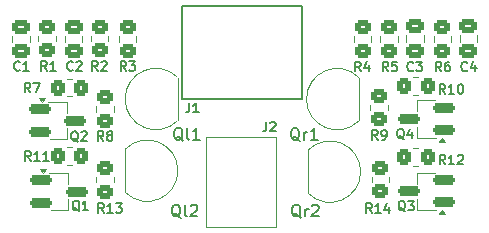
<source format=gto>
G04 #@! TF.GenerationSoftware,KiCad,Pcbnew,9.0.4*
G04 #@! TF.CreationDate,2025-08-22T17:22:00+02:00*
G04 #@! TF.ProjectId,npn-pnp-h-bridge,6e706e2d-706e-4702-9d68-2d6272696467,rev?*
G04 #@! TF.SameCoordinates,Original*
G04 #@! TF.FileFunction,Legend,Top*
G04 #@! TF.FilePolarity,Positive*
%FSLAX46Y46*%
G04 Gerber Fmt 4.6, Leading zero omitted, Abs format (unit mm)*
G04 Created by KiCad (PCBNEW 9.0.4) date 2025-08-22 17:22:00*
%MOMM*%
%LPD*%
G01*
G04 APERTURE LIST*
G04 Aperture macros list*
%AMRoundRect*
0 Rectangle with rounded corners*
0 $1 Rounding radius*
0 $2 $3 $4 $5 $6 $7 $8 $9 X,Y pos of 4 corners*
0 Add a 4 corners polygon primitive as box body*
4,1,4,$2,$3,$4,$5,$6,$7,$8,$9,$2,$3,0*
0 Add four circle primitives for the rounded corners*
1,1,$1+$1,$2,$3*
1,1,$1+$1,$4,$5*
1,1,$1+$1,$6,$7*
1,1,$1+$1,$8,$9*
0 Add four rect primitives between the rounded corners*
20,1,$1+$1,$2,$3,$4,$5,0*
20,1,$1+$1,$4,$5,$6,$7,0*
20,1,$1+$1,$6,$7,$8,$9,0*
20,1,$1+$1,$8,$9,$2,$3,0*%
G04 Aperture macros list end*
%ADD10C,0.150000*%
%ADD11C,0.120000*%
%ADD12C,0.100000*%
%ADD13C,0.152400*%
%ADD14RoundRect,0.250000X-0.475000X0.337500X-0.475000X-0.337500X0.475000X-0.337500X0.475000X0.337500X0*%
%ADD15R,1.500000X1.050000*%
%ADD16O,1.500000X1.050000*%
%ADD17RoundRect,0.250000X0.450000X-0.350000X0.450000X0.350000X-0.450000X0.350000X-0.450000X-0.350000X0*%
%ADD18RoundRect,0.250000X-0.350000X-0.450000X0.350000X-0.450000X0.350000X0.450000X-0.350000X0.450000X0*%
%ADD19RoundRect,0.250000X0.350000X0.450000X-0.350000X0.450000X-0.350000X-0.450000X0.350000X-0.450000X0*%
%ADD20R,1.300000X1.300000*%
%ADD21C,1.300000*%
%ADD22RoundRect,0.250000X-0.450000X0.350000X-0.450000X-0.350000X0.450000X-0.350000X0.450000X0.350000X0*%
%ADD23RoundRect,0.200000X-0.750000X-0.200000X0.750000X-0.200000X0.750000X0.200000X-0.750000X0.200000X0*%
%ADD24RoundRect,0.200000X0.750000X0.200000X-0.750000X0.200000X-0.750000X-0.200000X0.750000X-0.200000X0*%
%ADD25C,1.270000*%
G04 APERTURE END LIST*
D10*
X185366667Y-94186104D02*
X185328571Y-94224200D01*
X185328571Y-94224200D02*
X185214286Y-94262295D01*
X185214286Y-94262295D02*
X185138095Y-94262295D01*
X185138095Y-94262295D02*
X185023809Y-94224200D01*
X185023809Y-94224200D02*
X184947619Y-94148009D01*
X184947619Y-94148009D02*
X184909524Y-94071819D01*
X184909524Y-94071819D02*
X184871428Y-93919438D01*
X184871428Y-93919438D02*
X184871428Y-93805152D01*
X184871428Y-93805152D02*
X184909524Y-93652771D01*
X184909524Y-93652771D02*
X184947619Y-93576580D01*
X184947619Y-93576580D02*
X185023809Y-93500390D01*
X185023809Y-93500390D02*
X185138095Y-93462295D01*
X185138095Y-93462295D02*
X185214286Y-93462295D01*
X185214286Y-93462295D02*
X185328571Y-93500390D01*
X185328571Y-93500390D02*
X185366667Y-93538485D01*
X185633333Y-93462295D02*
X186128571Y-93462295D01*
X186128571Y-93462295D02*
X185861905Y-93767057D01*
X185861905Y-93767057D02*
X185976190Y-93767057D01*
X185976190Y-93767057D02*
X186052381Y-93805152D01*
X186052381Y-93805152D02*
X186090476Y-93843247D01*
X186090476Y-93843247D02*
X186128571Y-93919438D01*
X186128571Y-93919438D02*
X186128571Y-94109914D01*
X186128571Y-94109914D02*
X186090476Y-94186104D01*
X186090476Y-94186104D02*
X186052381Y-94224200D01*
X186052381Y-94224200D02*
X185976190Y-94262295D01*
X185976190Y-94262295D02*
X185747619Y-94262295D01*
X185747619Y-94262295D02*
X185671428Y-94224200D01*
X185671428Y-94224200D02*
X185633333Y-94186104D01*
X175759689Y-100162657D02*
X175664451Y-100115038D01*
X175664451Y-100115038D02*
X175569213Y-100019800D01*
X175569213Y-100019800D02*
X175426356Y-99876942D01*
X175426356Y-99876942D02*
X175331118Y-99829323D01*
X175331118Y-99829323D02*
X175235880Y-99829323D01*
X175283499Y-100067419D02*
X175188261Y-100019800D01*
X175188261Y-100019800D02*
X175093023Y-99924561D01*
X175093023Y-99924561D02*
X175045404Y-99734085D01*
X175045404Y-99734085D02*
X175045404Y-99400752D01*
X175045404Y-99400752D02*
X175093023Y-99210276D01*
X175093023Y-99210276D02*
X175188261Y-99115038D01*
X175188261Y-99115038D02*
X175283499Y-99067419D01*
X175283499Y-99067419D02*
X175473975Y-99067419D01*
X175473975Y-99067419D02*
X175569213Y-99115038D01*
X175569213Y-99115038D02*
X175664451Y-99210276D01*
X175664451Y-99210276D02*
X175712070Y-99400752D01*
X175712070Y-99400752D02*
X175712070Y-99734085D01*
X175712070Y-99734085D02*
X175664451Y-99924561D01*
X175664451Y-99924561D02*
X175569213Y-100019800D01*
X175569213Y-100019800D02*
X175473975Y-100067419D01*
X175473975Y-100067419D02*
X175283499Y-100067419D01*
X176140642Y-100067419D02*
X176140642Y-99400752D01*
X176140642Y-99591228D02*
X176188261Y-99495990D01*
X176188261Y-99495990D02*
X176235880Y-99448371D01*
X176235880Y-99448371D02*
X176331118Y-99400752D01*
X176331118Y-99400752D02*
X176426356Y-99400752D01*
X177283499Y-100067419D02*
X176712071Y-100067419D01*
X176997785Y-100067419D02*
X176997785Y-99067419D01*
X176997785Y-99067419D02*
X176902547Y-99210276D01*
X176902547Y-99210276D02*
X176807309Y-99305514D01*
X176807309Y-99305514D02*
X176712071Y-99353133D01*
X159185714Y-106262295D02*
X158919047Y-105881342D01*
X158728571Y-106262295D02*
X158728571Y-105462295D01*
X158728571Y-105462295D02*
X159033333Y-105462295D01*
X159033333Y-105462295D02*
X159109523Y-105500390D01*
X159109523Y-105500390D02*
X159147618Y-105538485D01*
X159147618Y-105538485D02*
X159185714Y-105614676D01*
X159185714Y-105614676D02*
X159185714Y-105728961D01*
X159185714Y-105728961D02*
X159147618Y-105805152D01*
X159147618Y-105805152D02*
X159109523Y-105843247D01*
X159109523Y-105843247D02*
X159033333Y-105881342D01*
X159033333Y-105881342D02*
X158728571Y-105881342D01*
X159947618Y-106262295D02*
X159490475Y-106262295D01*
X159719047Y-106262295D02*
X159719047Y-105462295D01*
X159719047Y-105462295D02*
X159642856Y-105576580D01*
X159642856Y-105576580D02*
X159566666Y-105652771D01*
X159566666Y-105652771D02*
X159490475Y-105690866D01*
X160214285Y-105462295D02*
X160709523Y-105462295D01*
X160709523Y-105462295D02*
X160442857Y-105767057D01*
X160442857Y-105767057D02*
X160557142Y-105767057D01*
X160557142Y-105767057D02*
X160633333Y-105805152D01*
X160633333Y-105805152D02*
X160671428Y-105843247D01*
X160671428Y-105843247D02*
X160709523Y-105919438D01*
X160709523Y-105919438D02*
X160709523Y-106109914D01*
X160709523Y-106109914D02*
X160671428Y-106186104D01*
X160671428Y-106186104D02*
X160633333Y-106224200D01*
X160633333Y-106224200D02*
X160557142Y-106262295D01*
X160557142Y-106262295D02*
X160328571Y-106262295D01*
X160328571Y-106262295D02*
X160252380Y-106224200D01*
X160252380Y-106224200D02*
X160214285Y-106186104D01*
X188085714Y-102162295D02*
X187819047Y-101781342D01*
X187628571Y-102162295D02*
X187628571Y-101362295D01*
X187628571Y-101362295D02*
X187933333Y-101362295D01*
X187933333Y-101362295D02*
X188009523Y-101400390D01*
X188009523Y-101400390D02*
X188047618Y-101438485D01*
X188047618Y-101438485D02*
X188085714Y-101514676D01*
X188085714Y-101514676D02*
X188085714Y-101628961D01*
X188085714Y-101628961D02*
X188047618Y-101705152D01*
X188047618Y-101705152D02*
X188009523Y-101743247D01*
X188009523Y-101743247D02*
X187933333Y-101781342D01*
X187933333Y-101781342D02*
X187628571Y-101781342D01*
X188847618Y-102162295D02*
X188390475Y-102162295D01*
X188619047Y-102162295D02*
X188619047Y-101362295D01*
X188619047Y-101362295D02*
X188542856Y-101476580D01*
X188542856Y-101476580D02*
X188466666Y-101552771D01*
X188466666Y-101552771D02*
X188390475Y-101590866D01*
X189152380Y-101438485D02*
X189190476Y-101400390D01*
X189190476Y-101400390D02*
X189266666Y-101362295D01*
X189266666Y-101362295D02*
X189457142Y-101362295D01*
X189457142Y-101362295D02*
X189533333Y-101400390D01*
X189533333Y-101400390D02*
X189571428Y-101438485D01*
X189571428Y-101438485D02*
X189609523Y-101514676D01*
X189609523Y-101514676D02*
X189609523Y-101590866D01*
X189609523Y-101590866D02*
X189571428Y-101705152D01*
X189571428Y-101705152D02*
X189114285Y-102162295D01*
X189114285Y-102162295D02*
X189609523Y-102162295D01*
X152966667Y-96062295D02*
X152700000Y-95681342D01*
X152509524Y-96062295D02*
X152509524Y-95262295D01*
X152509524Y-95262295D02*
X152814286Y-95262295D01*
X152814286Y-95262295D02*
X152890476Y-95300390D01*
X152890476Y-95300390D02*
X152928571Y-95338485D01*
X152928571Y-95338485D02*
X152966667Y-95414676D01*
X152966667Y-95414676D02*
X152966667Y-95528961D01*
X152966667Y-95528961D02*
X152928571Y-95605152D01*
X152928571Y-95605152D02*
X152890476Y-95643247D01*
X152890476Y-95643247D02*
X152814286Y-95681342D01*
X152814286Y-95681342D02*
X152509524Y-95681342D01*
X153233333Y-95262295D02*
X153766667Y-95262295D01*
X153766667Y-95262295D02*
X153423809Y-96062295D01*
X152985714Y-101862295D02*
X152719047Y-101481342D01*
X152528571Y-101862295D02*
X152528571Y-101062295D01*
X152528571Y-101062295D02*
X152833333Y-101062295D01*
X152833333Y-101062295D02*
X152909523Y-101100390D01*
X152909523Y-101100390D02*
X152947618Y-101138485D01*
X152947618Y-101138485D02*
X152985714Y-101214676D01*
X152985714Y-101214676D02*
X152985714Y-101328961D01*
X152985714Y-101328961D02*
X152947618Y-101405152D01*
X152947618Y-101405152D02*
X152909523Y-101443247D01*
X152909523Y-101443247D02*
X152833333Y-101481342D01*
X152833333Y-101481342D02*
X152528571Y-101481342D01*
X153747618Y-101862295D02*
X153290475Y-101862295D01*
X153519047Y-101862295D02*
X153519047Y-101062295D01*
X153519047Y-101062295D02*
X153442856Y-101176580D01*
X153442856Y-101176580D02*
X153366666Y-101252771D01*
X153366666Y-101252771D02*
X153290475Y-101290866D01*
X154509523Y-101862295D02*
X154052380Y-101862295D01*
X154280952Y-101862295D02*
X154280952Y-101062295D01*
X154280952Y-101062295D02*
X154204761Y-101176580D01*
X154204761Y-101176580D02*
X154128571Y-101252771D01*
X154128571Y-101252771D02*
X154052380Y-101290866D01*
X172933333Y-98562295D02*
X172933333Y-99133723D01*
X172933333Y-99133723D02*
X172895238Y-99248009D01*
X172895238Y-99248009D02*
X172819047Y-99324200D01*
X172819047Y-99324200D02*
X172704762Y-99362295D01*
X172704762Y-99362295D02*
X172628571Y-99362295D01*
X173276190Y-98638485D02*
X173314286Y-98600390D01*
X173314286Y-98600390D02*
X173390476Y-98562295D01*
X173390476Y-98562295D02*
X173580952Y-98562295D01*
X173580952Y-98562295D02*
X173657143Y-98600390D01*
X173657143Y-98600390D02*
X173695238Y-98638485D01*
X173695238Y-98638485D02*
X173733333Y-98714676D01*
X173733333Y-98714676D02*
X173733333Y-98790866D01*
X173733333Y-98790866D02*
X173695238Y-98905152D01*
X173695238Y-98905152D02*
X173238095Y-99362295D01*
X173238095Y-99362295D02*
X173733333Y-99362295D01*
X189966667Y-94186104D02*
X189928571Y-94224200D01*
X189928571Y-94224200D02*
X189814286Y-94262295D01*
X189814286Y-94262295D02*
X189738095Y-94262295D01*
X189738095Y-94262295D02*
X189623809Y-94224200D01*
X189623809Y-94224200D02*
X189547619Y-94148009D01*
X189547619Y-94148009D02*
X189509524Y-94071819D01*
X189509524Y-94071819D02*
X189471428Y-93919438D01*
X189471428Y-93919438D02*
X189471428Y-93805152D01*
X189471428Y-93805152D02*
X189509524Y-93652771D01*
X189509524Y-93652771D02*
X189547619Y-93576580D01*
X189547619Y-93576580D02*
X189623809Y-93500390D01*
X189623809Y-93500390D02*
X189738095Y-93462295D01*
X189738095Y-93462295D02*
X189814286Y-93462295D01*
X189814286Y-93462295D02*
X189928571Y-93500390D01*
X189928571Y-93500390D02*
X189966667Y-93538485D01*
X190652381Y-93728961D02*
X190652381Y-94262295D01*
X190461905Y-93424200D02*
X190271428Y-93995628D01*
X190271428Y-93995628D02*
X190766667Y-93995628D01*
X158666667Y-94232295D02*
X158400000Y-93851342D01*
X158209524Y-94232295D02*
X158209524Y-93432295D01*
X158209524Y-93432295D02*
X158514286Y-93432295D01*
X158514286Y-93432295D02*
X158590476Y-93470390D01*
X158590476Y-93470390D02*
X158628571Y-93508485D01*
X158628571Y-93508485D02*
X158666667Y-93584676D01*
X158666667Y-93584676D02*
X158666667Y-93698961D01*
X158666667Y-93698961D02*
X158628571Y-93775152D01*
X158628571Y-93775152D02*
X158590476Y-93813247D01*
X158590476Y-93813247D02*
X158514286Y-93851342D01*
X158514286Y-93851342D02*
X158209524Y-93851342D01*
X158971428Y-93508485D02*
X159009524Y-93470390D01*
X159009524Y-93470390D02*
X159085714Y-93432295D01*
X159085714Y-93432295D02*
X159276190Y-93432295D01*
X159276190Y-93432295D02*
X159352381Y-93470390D01*
X159352381Y-93470390D02*
X159390476Y-93508485D01*
X159390476Y-93508485D02*
X159428571Y-93584676D01*
X159428571Y-93584676D02*
X159428571Y-93660866D01*
X159428571Y-93660866D02*
X159390476Y-93775152D01*
X159390476Y-93775152D02*
X158933333Y-94232295D01*
X158933333Y-94232295D02*
X159428571Y-94232295D01*
X181885714Y-106262295D02*
X181619047Y-105881342D01*
X181428571Y-106262295D02*
X181428571Y-105462295D01*
X181428571Y-105462295D02*
X181733333Y-105462295D01*
X181733333Y-105462295D02*
X181809523Y-105500390D01*
X181809523Y-105500390D02*
X181847618Y-105538485D01*
X181847618Y-105538485D02*
X181885714Y-105614676D01*
X181885714Y-105614676D02*
X181885714Y-105728961D01*
X181885714Y-105728961D02*
X181847618Y-105805152D01*
X181847618Y-105805152D02*
X181809523Y-105843247D01*
X181809523Y-105843247D02*
X181733333Y-105881342D01*
X181733333Y-105881342D02*
X181428571Y-105881342D01*
X182647618Y-106262295D02*
X182190475Y-106262295D01*
X182419047Y-106262295D02*
X182419047Y-105462295D01*
X182419047Y-105462295D02*
X182342856Y-105576580D01*
X182342856Y-105576580D02*
X182266666Y-105652771D01*
X182266666Y-105652771D02*
X182190475Y-105690866D01*
X183333333Y-105728961D02*
X183333333Y-106262295D01*
X183142857Y-105424200D02*
X182952380Y-105995628D01*
X182952380Y-105995628D02*
X183447619Y-105995628D01*
X165881033Y-100162657D02*
X165785795Y-100115038D01*
X165785795Y-100115038D02*
X165690557Y-100019800D01*
X165690557Y-100019800D02*
X165547700Y-99876942D01*
X165547700Y-99876942D02*
X165452462Y-99829323D01*
X165452462Y-99829323D02*
X165357224Y-99829323D01*
X165404843Y-100067419D02*
X165309605Y-100019800D01*
X165309605Y-100019800D02*
X165214367Y-99924561D01*
X165214367Y-99924561D02*
X165166748Y-99734085D01*
X165166748Y-99734085D02*
X165166748Y-99400752D01*
X165166748Y-99400752D02*
X165214367Y-99210276D01*
X165214367Y-99210276D02*
X165309605Y-99115038D01*
X165309605Y-99115038D02*
X165404843Y-99067419D01*
X165404843Y-99067419D02*
X165595319Y-99067419D01*
X165595319Y-99067419D02*
X165690557Y-99115038D01*
X165690557Y-99115038D02*
X165785795Y-99210276D01*
X165785795Y-99210276D02*
X165833414Y-99400752D01*
X165833414Y-99400752D02*
X165833414Y-99734085D01*
X165833414Y-99734085D02*
X165785795Y-99924561D01*
X165785795Y-99924561D02*
X165690557Y-100019800D01*
X165690557Y-100019800D02*
X165595319Y-100067419D01*
X165595319Y-100067419D02*
X165404843Y-100067419D01*
X166404843Y-100067419D02*
X166309605Y-100019800D01*
X166309605Y-100019800D02*
X166261986Y-99924561D01*
X166261986Y-99924561D02*
X166261986Y-99067419D01*
X167309605Y-100067419D02*
X166738177Y-100067419D01*
X167023891Y-100067419D02*
X167023891Y-99067419D01*
X167023891Y-99067419D02*
X166928653Y-99210276D01*
X166928653Y-99210276D02*
X166833415Y-99305514D01*
X166833415Y-99305514D02*
X166738177Y-99353133D01*
X188085714Y-96162295D02*
X187819047Y-95781342D01*
X187628571Y-96162295D02*
X187628571Y-95362295D01*
X187628571Y-95362295D02*
X187933333Y-95362295D01*
X187933333Y-95362295D02*
X188009523Y-95400390D01*
X188009523Y-95400390D02*
X188047618Y-95438485D01*
X188047618Y-95438485D02*
X188085714Y-95514676D01*
X188085714Y-95514676D02*
X188085714Y-95628961D01*
X188085714Y-95628961D02*
X188047618Y-95705152D01*
X188047618Y-95705152D02*
X188009523Y-95743247D01*
X188009523Y-95743247D02*
X187933333Y-95781342D01*
X187933333Y-95781342D02*
X187628571Y-95781342D01*
X188847618Y-96162295D02*
X188390475Y-96162295D01*
X188619047Y-96162295D02*
X188619047Y-95362295D01*
X188619047Y-95362295D02*
X188542856Y-95476580D01*
X188542856Y-95476580D02*
X188466666Y-95552771D01*
X188466666Y-95552771D02*
X188390475Y-95590866D01*
X189342857Y-95362295D02*
X189419047Y-95362295D01*
X189419047Y-95362295D02*
X189495238Y-95400390D01*
X189495238Y-95400390D02*
X189533333Y-95438485D01*
X189533333Y-95438485D02*
X189571428Y-95514676D01*
X189571428Y-95514676D02*
X189609523Y-95667057D01*
X189609523Y-95667057D02*
X189609523Y-95857533D01*
X189609523Y-95857533D02*
X189571428Y-96009914D01*
X189571428Y-96009914D02*
X189533333Y-96086104D01*
X189533333Y-96086104D02*
X189495238Y-96124200D01*
X189495238Y-96124200D02*
X189419047Y-96162295D01*
X189419047Y-96162295D02*
X189342857Y-96162295D01*
X189342857Y-96162295D02*
X189266666Y-96124200D01*
X189266666Y-96124200D02*
X189228571Y-96086104D01*
X189228571Y-96086104D02*
X189190476Y-96009914D01*
X189190476Y-96009914D02*
X189152380Y-95857533D01*
X189152380Y-95857533D02*
X189152380Y-95667057D01*
X189152380Y-95667057D02*
X189190476Y-95514676D01*
X189190476Y-95514676D02*
X189228571Y-95438485D01*
X189228571Y-95438485D02*
X189266666Y-95400390D01*
X189266666Y-95400390D02*
X189342857Y-95362295D01*
X183266667Y-94262295D02*
X183000000Y-93881342D01*
X182809524Y-94262295D02*
X182809524Y-93462295D01*
X182809524Y-93462295D02*
X183114286Y-93462295D01*
X183114286Y-93462295D02*
X183190476Y-93500390D01*
X183190476Y-93500390D02*
X183228571Y-93538485D01*
X183228571Y-93538485D02*
X183266667Y-93614676D01*
X183266667Y-93614676D02*
X183266667Y-93728961D01*
X183266667Y-93728961D02*
X183228571Y-93805152D01*
X183228571Y-93805152D02*
X183190476Y-93843247D01*
X183190476Y-93843247D02*
X183114286Y-93881342D01*
X183114286Y-93881342D02*
X182809524Y-93881342D01*
X183990476Y-93462295D02*
X183609524Y-93462295D01*
X183609524Y-93462295D02*
X183571428Y-93843247D01*
X183571428Y-93843247D02*
X183609524Y-93805152D01*
X183609524Y-93805152D02*
X183685714Y-93767057D01*
X183685714Y-93767057D02*
X183876190Y-93767057D01*
X183876190Y-93767057D02*
X183952381Y-93805152D01*
X183952381Y-93805152D02*
X183990476Y-93843247D01*
X183990476Y-93843247D02*
X184028571Y-93919438D01*
X184028571Y-93919438D02*
X184028571Y-94109914D01*
X184028571Y-94109914D02*
X183990476Y-94186104D01*
X183990476Y-94186104D02*
X183952381Y-94224200D01*
X183952381Y-94224200D02*
X183876190Y-94262295D01*
X183876190Y-94262295D02*
X183685714Y-94262295D01*
X183685714Y-94262295D02*
X183609524Y-94224200D01*
X183609524Y-94224200D02*
X183571428Y-94186104D01*
X159158794Y-100162295D02*
X158892127Y-99781342D01*
X158701651Y-100162295D02*
X158701651Y-99362295D01*
X158701651Y-99362295D02*
X159006413Y-99362295D01*
X159006413Y-99362295D02*
X159082603Y-99400390D01*
X159082603Y-99400390D02*
X159120698Y-99438485D01*
X159120698Y-99438485D02*
X159158794Y-99514676D01*
X159158794Y-99514676D02*
X159158794Y-99628961D01*
X159158794Y-99628961D02*
X159120698Y-99705152D01*
X159120698Y-99705152D02*
X159082603Y-99743247D01*
X159082603Y-99743247D02*
X159006413Y-99781342D01*
X159006413Y-99781342D02*
X158701651Y-99781342D01*
X159615936Y-99705152D02*
X159539746Y-99667057D01*
X159539746Y-99667057D02*
X159501651Y-99628961D01*
X159501651Y-99628961D02*
X159463555Y-99552771D01*
X159463555Y-99552771D02*
X159463555Y-99514676D01*
X159463555Y-99514676D02*
X159501651Y-99438485D01*
X159501651Y-99438485D02*
X159539746Y-99400390D01*
X159539746Y-99400390D02*
X159615936Y-99362295D01*
X159615936Y-99362295D02*
X159768317Y-99362295D01*
X159768317Y-99362295D02*
X159844508Y-99400390D01*
X159844508Y-99400390D02*
X159882603Y-99438485D01*
X159882603Y-99438485D02*
X159920698Y-99514676D01*
X159920698Y-99514676D02*
X159920698Y-99552771D01*
X159920698Y-99552771D02*
X159882603Y-99628961D01*
X159882603Y-99628961D02*
X159844508Y-99667057D01*
X159844508Y-99667057D02*
X159768317Y-99705152D01*
X159768317Y-99705152D02*
X159615936Y-99705152D01*
X159615936Y-99705152D02*
X159539746Y-99743247D01*
X159539746Y-99743247D02*
X159501651Y-99781342D01*
X159501651Y-99781342D02*
X159463555Y-99857533D01*
X159463555Y-99857533D02*
X159463555Y-100009914D01*
X159463555Y-100009914D02*
X159501651Y-100086104D01*
X159501651Y-100086104D02*
X159539746Y-100124200D01*
X159539746Y-100124200D02*
X159615936Y-100162295D01*
X159615936Y-100162295D02*
X159768317Y-100162295D01*
X159768317Y-100162295D02*
X159844508Y-100124200D01*
X159844508Y-100124200D02*
X159882603Y-100086104D01*
X159882603Y-100086104D02*
X159920698Y-100009914D01*
X159920698Y-100009914D02*
X159920698Y-99857533D01*
X159920698Y-99857533D02*
X159882603Y-99781342D01*
X159882603Y-99781342D02*
X159844508Y-99743247D01*
X159844508Y-99743247D02*
X159768317Y-99705152D01*
X157023809Y-100238485D02*
X156947619Y-100200390D01*
X156947619Y-100200390D02*
X156871428Y-100124200D01*
X156871428Y-100124200D02*
X156757142Y-100009914D01*
X156757142Y-100009914D02*
X156680952Y-99971819D01*
X156680952Y-99971819D02*
X156604761Y-99971819D01*
X156642857Y-100162295D02*
X156566666Y-100124200D01*
X156566666Y-100124200D02*
X156490476Y-100048009D01*
X156490476Y-100048009D02*
X156452380Y-99895628D01*
X156452380Y-99895628D02*
X156452380Y-99628961D01*
X156452380Y-99628961D02*
X156490476Y-99476580D01*
X156490476Y-99476580D02*
X156566666Y-99400390D01*
X156566666Y-99400390D02*
X156642857Y-99362295D01*
X156642857Y-99362295D02*
X156795238Y-99362295D01*
X156795238Y-99362295D02*
X156871428Y-99400390D01*
X156871428Y-99400390D02*
X156947619Y-99476580D01*
X156947619Y-99476580D02*
X156985714Y-99628961D01*
X156985714Y-99628961D02*
X156985714Y-99895628D01*
X156985714Y-99895628D02*
X156947619Y-100048009D01*
X156947619Y-100048009D02*
X156871428Y-100124200D01*
X156871428Y-100124200D02*
X156795238Y-100162295D01*
X156795238Y-100162295D02*
X156642857Y-100162295D01*
X157290475Y-99438485D02*
X157328571Y-99400390D01*
X157328571Y-99400390D02*
X157404761Y-99362295D01*
X157404761Y-99362295D02*
X157595237Y-99362295D01*
X157595237Y-99362295D02*
X157671428Y-99400390D01*
X157671428Y-99400390D02*
X157709523Y-99438485D01*
X157709523Y-99438485D02*
X157747618Y-99514676D01*
X157747618Y-99514676D02*
X157747618Y-99590866D01*
X157747618Y-99590866D02*
X157709523Y-99705152D01*
X157709523Y-99705152D02*
X157252380Y-100162295D01*
X157252380Y-100162295D02*
X157747618Y-100162295D01*
X180940693Y-94262295D02*
X180674026Y-93881342D01*
X180483550Y-94262295D02*
X180483550Y-93462295D01*
X180483550Y-93462295D02*
X180788312Y-93462295D01*
X180788312Y-93462295D02*
X180864502Y-93500390D01*
X180864502Y-93500390D02*
X180902597Y-93538485D01*
X180902597Y-93538485D02*
X180940693Y-93614676D01*
X180940693Y-93614676D02*
X180940693Y-93728961D01*
X180940693Y-93728961D02*
X180902597Y-93805152D01*
X180902597Y-93805152D02*
X180864502Y-93843247D01*
X180864502Y-93843247D02*
X180788312Y-93881342D01*
X180788312Y-93881342D02*
X180483550Y-93881342D01*
X181626407Y-93728961D02*
X181626407Y-94262295D01*
X181435931Y-93424200D02*
X181245454Y-93995628D01*
X181245454Y-93995628D02*
X181740693Y-93995628D01*
X187766667Y-94262295D02*
X187500000Y-93881342D01*
X187309524Y-94262295D02*
X187309524Y-93462295D01*
X187309524Y-93462295D02*
X187614286Y-93462295D01*
X187614286Y-93462295D02*
X187690476Y-93500390D01*
X187690476Y-93500390D02*
X187728571Y-93538485D01*
X187728571Y-93538485D02*
X187766667Y-93614676D01*
X187766667Y-93614676D02*
X187766667Y-93728961D01*
X187766667Y-93728961D02*
X187728571Y-93805152D01*
X187728571Y-93805152D02*
X187690476Y-93843247D01*
X187690476Y-93843247D02*
X187614286Y-93881342D01*
X187614286Y-93881342D02*
X187309524Y-93881342D01*
X188452381Y-93462295D02*
X188300000Y-93462295D01*
X188300000Y-93462295D02*
X188223809Y-93500390D01*
X188223809Y-93500390D02*
X188185714Y-93538485D01*
X188185714Y-93538485D02*
X188109524Y-93652771D01*
X188109524Y-93652771D02*
X188071428Y-93805152D01*
X188071428Y-93805152D02*
X188071428Y-94109914D01*
X188071428Y-94109914D02*
X188109524Y-94186104D01*
X188109524Y-94186104D02*
X188147619Y-94224200D01*
X188147619Y-94224200D02*
X188223809Y-94262295D01*
X188223809Y-94262295D02*
X188376190Y-94262295D01*
X188376190Y-94262295D02*
X188452381Y-94224200D01*
X188452381Y-94224200D02*
X188490476Y-94186104D01*
X188490476Y-94186104D02*
X188528571Y-94109914D01*
X188528571Y-94109914D02*
X188528571Y-93919438D01*
X188528571Y-93919438D02*
X188490476Y-93843247D01*
X188490476Y-93843247D02*
X188452381Y-93805152D01*
X188452381Y-93805152D02*
X188376190Y-93767057D01*
X188376190Y-93767057D02*
X188223809Y-93767057D01*
X188223809Y-93767057D02*
X188147619Y-93805152D01*
X188147619Y-93805152D02*
X188109524Y-93843247D01*
X188109524Y-93843247D02*
X188071428Y-93919438D01*
X156566667Y-94156104D02*
X156528571Y-94194200D01*
X156528571Y-94194200D02*
X156414286Y-94232295D01*
X156414286Y-94232295D02*
X156338095Y-94232295D01*
X156338095Y-94232295D02*
X156223809Y-94194200D01*
X156223809Y-94194200D02*
X156147619Y-94118009D01*
X156147619Y-94118009D02*
X156109524Y-94041819D01*
X156109524Y-94041819D02*
X156071428Y-93889438D01*
X156071428Y-93889438D02*
X156071428Y-93775152D01*
X156071428Y-93775152D02*
X156109524Y-93622771D01*
X156109524Y-93622771D02*
X156147619Y-93546580D01*
X156147619Y-93546580D02*
X156223809Y-93470390D01*
X156223809Y-93470390D02*
X156338095Y-93432295D01*
X156338095Y-93432295D02*
X156414286Y-93432295D01*
X156414286Y-93432295D02*
X156528571Y-93470390D01*
X156528571Y-93470390D02*
X156566667Y-93508485D01*
X156871428Y-93508485D02*
X156909524Y-93470390D01*
X156909524Y-93470390D02*
X156985714Y-93432295D01*
X156985714Y-93432295D02*
X157176190Y-93432295D01*
X157176190Y-93432295D02*
X157252381Y-93470390D01*
X157252381Y-93470390D02*
X157290476Y-93508485D01*
X157290476Y-93508485D02*
X157328571Y-93584676D01*
X157328571Y-93584676D02*
X157328571Y-93660866D01*
X157328571Y-93660866D02*
X157290476Y-93775152D01*
X157290476Y-93775152D02*
X156833333Y-94232295D01*
X156833333Y-94232295D02*
X157328571Y-94232295D01*
X184723809Y-106138485D02*
X184647619Y-106100390D01*
X184647619Y-106100390D02*
X184571428Y-106024200D01*
X184571428Y-106024200D02*
X184457142Y-105909914D01*
X184457142Y-105909914D02*
X184380952Y-105871819D01*
X184380952Y-105871819D02*
X184304761Y-105871819D01*
X184342857Y-106062295D02*
X184266666Y-106024200D01*
X184266666Y-106024200D02*
X184190476Y-105948009D01*
X184190476Y-105948009D02*
X184152380Y-105795628D01*
X184152380Y-105795628D02*
X184152380Y-105528961D01*
X184152380Y-105528961D02*
X184190476Y-105376580D01*
X184190476Y-105376580D02*
X184266666Y-105300390D01*
X184266666Y-105300390D02*
X184342857Y-105262295D01*
X184342857Y-105262295D02*
X184495238Y-105262295D01*
X184495238Y-105262295D02*
X184571428Y-105300390D01*
X184571428Y-105300390D02*
X184647619Y-105376580D01*
X184647619Y-105376580D02*
X184685714Y-105528961D01*
X184685714Y-105528961D02*
X184685714Y-105795628D01*
X184685714Y-105795628D02*
X184647619Y-105948009D01*
X184647619Y-105948009D02*
X184571428Y-106024200D01*
X184571428Y-106024200D02*
X184495238Y-106062295D01*
X184495238Y-106062295D02*
X184342857Y-106062295D01*
X184952380Y-105262295D02*
X185447618Y-105262295D01*
X185447618Y-105262295D02*
X185180952Y-105567057D01*
X185180952Y-105567057D02*
X185295237Y-105567057D01*
X185295237Y-105567057D02*
X185371428Y-105605152D01*
X185371428Y-105605152D02*
X185409523Y-105643247D01*
X185409523Y-105643247D02*
X185447618Y-105719438D01*
X185447618Y-105719438D02*
X185447618Y-105909914D01*
X185447618Y-105909914D02*
X185409523Y-105986104D01*
X185409523Y-105986104D02*
X185371428Y-106024200D01*
X185371428Y-106024200D02*
X185295237Y-106062295D01*
X185295237Y-106062295D02*
X185066666Y-106062295D01*
X185066666Y-106062295D02*
X184990475Y-106024200D01*
X184990475Y-106024200D02*
X184952380Y-105986104D01*
X166433333Y-96962295D02*
X166433333Y-97533723D01*
X166433333Y-97533723D02*
X166395238Y-97648009D01*
X166395238Y-97648009D02*
X166319047Y-97724200D01*
X166319047Y-97724200D02*
X166204762Y-97762295D01*
X166204762Y-97762295D02*
X166128571Y-97762295D01*
X167233333Y-97762295D02*
X166776190Y-97762295D01*
X167004762Y-97762295D02*
X167004762Y-96962295D01*
X167004762Y-96962295D02*
X166928571Y-97076580D01*
X166928571Y-97076580D02*
X166852381Y-97152771D01*
X166852381Y-97152771D02*
X166776190Y-97190866D01*
X152066667Y-94156104D02*
X152028571Y-94194200D01*
X152028571Y-94194200D02*
X151914286Y-94232295D01*
X151914286Y-94232295D02*
X151838095Y-94232295D01*
X151838095Y-94232295D02*
X151723809Y-94194200D01*
X151723809Y-94194200D02*
X151647619Y-94118009D01*
X151647619Y-94118009D02*
X151609524Y-94041819D01*
X151609524Y-94041819D02*
X151571428Y-93889438D01*
X151571428Y-93889438D02*
X151571428Y-93775152D01*
X151571428Y-93775152D02*
X151609524Y-93622771D01*
X151609524Y-93622771D02*
X151647619Y-93546580D01*
X151647619Y-93546580D02*
X151723809Y-93470390D01*
X151723809Y-93470390D02*
X151838095Y-93432295D01*
X151838095Y-93432295D02*
X151914286Y-93432295D01*
X151914286Y-93432295D02*
X152028571Y-93470390D01*
X152028571Y-93470390D02*
X152066667Y-93508485D01*
X152828571Y-94232295D02*
X152371428Y-94232295D01*
X152600000Y-94232295D02*
X152600000Y-93432295D01*
X152600000Y-93432295D02*
X152523809Y-93546580D01*
X152523809Y-93546580D02*
X152447619Y-93622771D01*
X152447619Y-93622771D02*
X152371428Y-93660866D01*
X175854761Y-106662657D02*
X175759523Y-106615038D01*
X175759523Y-106615038D02*
X175664285Y-106519800D01*
X175664285Y-106519800D02*
X175521428Y-106376942D01*
X175521428Y-106376942D02*
X175426190Y-106329323D01*
X175426190Y-106329323D02*
X175330952Y-106329323D01*
X175378571Y-106567419D02*
X175283333Y-106519800D01*
X175283333Y-106519800D02*
X175188095Y-106424561D01*
X175188095Y-106424561D02*
X175140476Y-106234085D01*
X175140476Y-106234085D02*
X175140476Y-105900752D01*
X175140476Y-105900752D02*
X175188095Y-105710276D01*
X175188095Y-105710276D02*
X175283333Y-105615038D01*
X175283333Y-105615038D02*
X175378571Y-105567419D01*
X175378571Y-105567419D02*
X175569047Y-105567419D01*
X175569047Y-105567419D02*
X175664285Y-105615038D01*
X175664285Y-105615038D02*
X175759523Y-105710276D01*
X175759523Y-105710276D02*
X175807142Y-105900752D01*
X175807142Y-105900752D02*
X175807142Y-106234085D01*
X175807142Y-106234085D02*
X175759523Y-106424561D01*
X175759523Y-106424561D02*
X175664285Y-106519800D01*
X175664285Y-106519800D02*
X175569047Y-106567419D01*
X175569047Y-106567419D02*
X175378571Y-106567419D01*
X176235714Y-106567419D02*
X176235714Y-105900752D01*
X176235714Y-106091228D02*
X176283333Y-105995990D01*
X176283333Y-105995990D02*
X176330952Y-105948371D01*
X176330952Y-105948371D02*
X176426190Y-105900752D01*
X176426190Y-105900752D02*
X176521428Y-105900752D01*
X176807143Y-105662657D02*
X176854762Y-105615038D01*
X176854762Y-105615038D02*
X176950000Y-105567419D01*
X176950000Y-105567419D02*
X177188095Y-105567419D01*
X177188095Y-105567419D02*
X177283333Y-105615038D01*
X177283333Y-105615038D02*
X177330952Y-105662657D01*
X177330952Y-105662657D02*
X177378571Y-105757895D01*
X177378571Y-105757895D02*
X177378571Y-105853133D01*
X177378571Y-105853133D02*
X177330952Y-105995990D01*
X177330952Y-105995990D02*
X176759524Y-106567419D01*
X176759524Y-106567419D02*
X177378571Y-106567419D01*
X165690557Y-106662657D02*
X165595319Y-106615038D01*
X165595319Y-106615038D02*
X165500081Y-106519800D01*
X165500081Y-106519800D02*
X165357224Y-106376942D01*
X165357224Y-106376942D02*
X165261986Y-106329323D01*
X165261986Y-106329323D02*
X165166748Y-106329323D01*
X165214367Y-106567419D02*
X165119129Y-106519800D01*
X165119129Y-106519800D02*
X165023891Y-106424561D01*
X165023891Y-106424561D02*
X164976272Y-106234085D01*
X164976272Y-106234085D02*
X164976272Y-105900752D01*
X164976272Y-105900752D02*
X165023891Y-105710276D01*
X165023891Y-105710276D02*
X165119129Y-105615038D01*
X165119129Y-105615038D02*
X165214367Y-105567419D01*
X165214367Y-105567419D02*
X165404843Y-105567419D01*
X165404843Y-105567419D02*
X165500081Y-105615038D01*
X165500081Y-105615038D02*
X165595319Y-105710276D01*
X165595319Y-105710276D02*
X165642938Y-105900752D01*
X165642938Y-105900752D02*
X165642938Y-106234085D01*
X165642938Y-106234085D02*
X165595319Y-106424561D01*
X165595319Y-106424561D02*
X165500081Y-106519800D01*
X165500081Y-106519800D02*
X165404843Y-106567419D01*
X165404843Y-106567419D02*
X165214367Y-106567419D01*
X166214367Y-106567419D02*
X166119129Y-106519800D01*
X166119129Y-106519800D02*
X166071510Y-106424561D01*
X166071510Y-106424561D02*
X166071510Y-105567419D01*
X166547701Y-105662657D02*
X166595320Y-105615038D01*
X166595320Y-105615038D02*
X166690558Y-105567419D01*
X166690558Y-105567419D02*
X166928653Y-105567419D01*
X166928653Y-105567419D02*
X167023891Y-105615038D01*
X167023891Y-105615038D02*
X167071510Y-105662657D01*
X167071510Y-105662657D02*
X167119129Y-105757895D01*
X167119129Y-105757895D02*
X167119129Y-105853133D01*
X167119129Y-105853133D02*
X167071510Y-105995990D01*
X167071510Y-105995990D02*
X166500082Y-106567419D01*
X166500082Y-106567419D02*
X167119129Y-106567419D01*
X154366667Y-94232295D02*
X154100000Y-93851342D01*
X153909524Y-94232295D02*
X153909524Y-93432295D01*
X153909524Y-93432295D02*
X154214286Y-93432295D01*
X154214286Y-93432295D02*
X154290476Y-93470390D01*
X154290476Y-93470390D02*
X154328571Y-93508485D01*
X154328571Y-93508485D02*
X154366667Y-93584676D01*
X154366667Y-93584676D02*
X154366667Y-93698961D01*
X154366667Y-93698961D02*
X154328571Y-93775152D01*
X154328571Y-93775152D02*
X154290476Y-93813247D01*
X154290476Y-93813247D02*
X154214286Y-93851342D01*
X154214286Y-93851342D02*
X153909524Y-93851342D01*
X155128571Y-94232295D02*
X154671428Y-94232295D01*
X154900000Y-94232295D02*
X154900000Y-93432295D01*
X154900000Y-93432295D02*
X154823809Y-93546580D01*
X154823809Y-93546580D02*
X154747619Y-93622771D01*
X154747619Y-93622771D02*
X154671428Y-93660866D01*
X184623809Y-100038485D02*
X184547619Y-100000390D01*
X184547619Y-100000390D02*
X184471428Y-99924200D01*
X184471428Y-99924200D02*
X184357142Y-99809914D01*
X184357142Y-99809914D02*
X184280952Y-99771819D01*
X184280952Y-99771819D02*
X184204761Y-99771819D01*
X184242857Y-99962295D02*
X184166666Y-99924200D01*
X184166666Y-99924200D02*
X184090476Y-99848009D01*
X184090476Y-99848009D02*
X184052380Y-99695628D01*
X184052380Y-99695628D02*
X184052380Y-99428961D01*
X184052380Y-99428961D02*
X184090476Y-99276580D01*
X184090476Y-99276580D02*
X184166666Y-99200390D01*
X184166666Y-99200390D02*
X184242857Y-99162295D01*
X184242857Y-99162295D02*
X184395238Y-99162295D01*
X184395238Y-99162295D02*
X184471428Y-99200390D01*
X184471428Y-99200390D02*
X184547619Y-99276580D01*
X184547619Y-99276580D02*
X184585714Y-99428961D01*
X184585714Y-99428961D02*
X184585714Y-99695628D01*
X184585714Y-99695628D02*
X184547619Y-99848009D01*
X184547619Y-99848009D02*
X184471428Y-99924200D01*
X184471428Y-99924200D02*
X184395238Y-99962295D01*
X184395238Y-99962295D02*
X184242857Y-99962295D01*
X185271428Y-99428961D02*
X185271428Y-99962295D01*
X185080952Y-99124200D02*
X184890475Y-99695628D01*
X184890475Y-99695628D02*
X185385714Y-99695628D01*
X157123809Y-106138485D02*
X157047619Y-106100390D01*
X157047619Y-106100390D02*
X156971428Y-106024200D01*
X156971428Y-106024200D02*
X156857142Y-105909914D01*
X156857142Y-105909914D02*
X156780952Y-105871819D01*
X156780952Y-105871819D02*
X156704761Y-105871819D01*
X156742857Y-106062295D02*
X156666666Y-106024200D01*
X156666666Y-106024200D02*
X156590476Y-105948009D01*
X156590476Y-105948009D02*
X156552380Y-105795628D01*
X156552380Y-105795628D02*
X156552380Y-105528961D01*
X156552380Y-105528961D02*
X156590476Y-105376580D01*
X156590476Y-105376580D02*
X156666666Y-105300390D01*
X156666666Y-105300390D02*
X156742857Y-105262295D01*
X156742857Y-105262295D02*
X156895238Y-105262295D01*
X156895238Y-105262295D02*
X156971428Y-105300390D01*
X156971428Y-105300390D02*
X157047619Y-105376580D01*
X157047619Y-105376580D02*
X157085714Y-105528961D01*
X157085714Y-105528961D02*
X157085714Y-105795628D01*
X157085714Y-105795628D02*
X157047619Y-105948009D01*
X157047619Y-105948009D02*
X156971428Y-106024200D01*
X156971428Y-106024200D02*
X156895238Y-106062295D01*
X156895238Y-106062295D02*
X156742857Y-106062295D01*
X157847618Y-106062295D02*
X157390475Y-106062295D01*
X157619047Y-106062295D02*
X157619047Y-105262295D01*
X157619047Y-105262295D02*
X157542856Y-105376580D01*
X157542856Y-105376580D02*
X157466666Y-105452771D01*
X157466666Y-105452771D02*
X157390475Y-105490866D01*
X161066667Y-94232295D02*
X160800000Y-93851342D01*
X160609524Y-94232295D02*
X160609524Y-93432295D01*
X160609524Y-93432295D02*
X160914286Y-93432295D01*
X160914286Y-93432295D02*
X160990476Y-93470390D01*
X160990476Y-93470390D02*
X161028571Y-93508485D01*
X161028571Y-93508485D02*
X161066667Y-93584676D01*
X161066667Y-93584676D02*
X161066667Y-93698961D01*
X161066667Y-93698961D02*
X161028571Y-93775152D01*
X161028571Y-93775152D02*
X160990476Y-93813247D01*
X160990476Y-93813247D02*
X160914286Y-93851342D01*
X160914286Y-93851342D02*
X160609524Y-93851342D01*
X161333333Y-93432295D02*
X161828571Y-93432295D01*
X161828571Y-93432295D02*
X161561905Y-93737057D01*
X161561905Y-93737057D02*
X161676190Y-93737057D01*
X161676190Y-93737057D02*
X161752381Y-93775152D01*
X161752381Y-93775152D02*
X161790476Y-93813247D01*
X161790476Y-93813247D02*
X161828571Y-93889438D01*
X161828571Y-93889438D02*
X161828571Y-94079914D01*
X161828571Y-94079914D02*
X161790476Y-94156104D01*
X161790476Y-94156104D02*
X161752381Y-94194200D01*
X161752381Y-94194200D02*
X161676190Y-94232295D01*
X161676190Y-94232295D02*
X161447619Y-94232295D01*
X161447619Y-94232295D02*
X161371428Y-94194200D01*
X161371428Y-94194200D02*
X161333333Y-94156104D01*
X182366667Y-100062295D02*
X182100000Y-99681342D01*
X181909524Y-100062295D02*
X181909524Y-99262295D01*
X181909524Y-99262295D02*
X182214286Y-99262295D01*
X182214286Y-99262295D02*
X182290476Y-99300390D01*
X182290476Y-99300390D02*
X182328571Y-99338485D01*
X182328571Y-99338485D02*
X182366667Y-99414676D01*
X182366667Y-99414676D02*
X182366667Y-99528961D01*
X182366667Y-99528961D02*
X182328571Y-99605152D01*
X182328571Y-99605152D02*
X182290476Y-99643247D01*
X182290476Y-99643247D02*
X182214286Y-99681342D01*
X182214286Y-99681342D02*
X181909524Y-99681342D01*
X182747619Y-100062295D02*
X182900000Y-100062295D01*
X182900000Y-100062295D02*
X182976190Y-100024200D01*
X182976190Y-100024200D02*
X183014286Y-99986104D01*
X183014286Y-99986104D02*
X183090476Y-99871819D01*
X183090476Y-99871819D02*
X183128571Y-99719438D01*
X183128571Y-99719438D02*
X183128571Y-99414676D01*
X183128571Y-99414676D02*
X183090476Y-99338485D01*
X183090476Y-99338485D02*
X183052381Y-99300390D01*
X183052381Y-99300390D02*
X182976190Y-99262295D01*
X182976190Y-99262295D02*
X182823809Y-99262295D01*
X182823809Y-99262295D02*
X182747619Y-99300390D01*
X182747619Y-99300390D02*
X182709524Y-99338485D01*
X182709524Y-99338485D02*
X182671428Y-99414676D01*
X182671428Y-99414676D02*
X182671428Y-99605152D01*
X182671428Y-99605152D02*
X182709524Y-99681342D01*
X182709524Y-99681342D02*
X182747619Y-99719438D01*
X182747619Y-99719438D02*
X182823809Y-99757533D01*
X182823809Y-99757533D02*
X182976190Y-99757533D01*
X182976190Y-99757533D02*
X183052381Y-99719438D01*
X183052381Y-99719438D02*
X183090476Y-99681342D01*
X183090476Y-99681342D02*
X183128571Y-99605152D01*
D11*
G04 #@! TO.C,C3*
X184805725Y-91241662D02*
X184805725Y-91764166D01*
X186275725Y-91241662D02*
X186275725Y-91764166D01*
G04 #@! TO.C,Qr1*
X180800000Y-98438531D02*
X180800000Y-94838531D01*
X176350000Y-96638531D02*
G75*
G02*
X180788478Y-94800053I2600000J0D01*
G01*
X180788478Y-98477009D02*
G75*
G02*
X176349999Y-96638531I-1838478J1838478D01*
G01*
G04 #@! TO.C,R13*
X158557127Y-103687064D02*
X158557127Y-103232936D01*
X160027127Y-103687064D02*
X160027127Y-103232936D01*
G04 #@! TO.C,R12*
X185368484Y-100797500D02*
X185822612Y-100797500D01*
X185368484Y-102267500D02*
X185822612Y-102267500D01*
G04 #@! TO.C,R7*
X156519191Y-94925000D02*
X156065063Y-94925000D01*
X156519191Y-96395000D02*
X156065063Y-96395000D01*
G04 #@! TO.C,R11*
X156519191Y-100725000D02*
X156065063Y-100725000D01*
X156519191Y-102195000D02*
X156065063Y-102195000D01*
D12*
G04 #@! TO.C,J2*
X167850000Y-99850000D02*
X167850000Y-107450000D01*
X167850000Y-107450000D02*
X173750000Y-107450000D01*
X173750000Y-99850000D02*
X167850000Y-99850000D01*
X173750000Y-107450000D02*
X173750000Y-99850000D01*
D11*
G04 #@! TO.C,C4*
X189305725Y-91241662D02*
X189305725Y-91764166D01*
X190775725Y-91241662D02*
X190775725Y-91764166D01*
G04 #@! TO.C,R2*
X158113672Y-91278534D02*
X158113672Y-91732662D01*
X159583672Y-91278534D02*
X159583672Y-91732662D01*
G04 #@! TO.C,R14*
X181860548Y-103205436D02*
X181860548Y-103659564D01*
X183330548Y-103205436D02*
X183330548Y-103659564D01*
G04 #@! TO.C,Ql1*
X165442127Y-98427589D02*
X165442127Y-94827589D01*
X160992127Y-96627589D02*
G75*
G02*
X165430605Y-94789111I2600000J0D01*
G01*
X165430605Y-98466067D02*
G75*
G02*
X160992126Y-96627589I-1838478J1838478D01*
G01*
G04 #@! TO.C,R10*
X185368484Y-94797500D02*
X185822612Y-94797500D01*
X185368484Y-96267500D02*
X185822612Y-96267500D01*
G04 #@! TO.C,R5*
X182605725Y-91305850D02*
X182605725Y-91759978D01*
X184075725Y-91305850D02*
X184075725Y-91759978D01*
G04 #@! TO.C,R8*
X158557127Y-97687064D02*
X158557127Y-97232936D01*
X160027127Y-97687064D02*
X160027127Y-97232936D01*
G04 #@! TO.C,Q2*
X155252127Y-96880000D02*
X154452127Y-96880000D01*
X155252127Y-96880000D02*
X156052127Y-96880000D01*
X156052127Y-96880000D02*
X156052127Y-97810000D01*
X156052127Y-100040000D02*
X154592127Y-100040000D01*
X156052127Y-100040000D02*
X156052127Y-99110000D01*
X153952127Y-96850000D02*
X153712127Y-96520000D01*
X154192127Y-96520000D01*
X153952127Y-96850000D01*
G36*
X153952127Y-96850000D02*
G01*
X153712127Y-96520000D01*
X154192127Y-96520000D01*
X153952127Y-96850000D01*
G37*
G04 #@! TO.C,R4*
X180365000Y-91759978D02*
X180365000Y-91305850D01*
X181835000Y-91759978D02*
X181835000Y-91305850D01*
G04 #@! TO.C,R6*
X187105725Y-91305850D02*
X187105725Y-91759978D01*
X188575725Y-91305850D02*
X188575725Y-91759978D01*
G04 #@! TO.C,C2*
X155913672Y-91274346D02*
X155913672Y-91796850D01*
X157383672Y-91274346D02*
X157383672Y-91796850D01*
G04 #@! TO.C,Q3*
X185735548Y-102852500D02*
X185735548Y-103782500D01*
X185735548Y-102852500D02*
X187195548Y-102852500D01*
X185735548Y-106012500D02*
X185735548Y-105082500D01*
X186535548Y-106012500D02*
X185735548Y-106012500D01*
X186535548Y-106012500D02*
X187335548Y-106012500D01*
X188075548Y-106372500D02*
X187595548Y-106372500D01*
X187835548Y-106042500D01*
X188075548Y-106372500D01*
G36*
X188075548Y-106372500D02*
G01*
X187595548Y-106372500D01*
X187835548Y-106042500D01*
X188075548Y-106372500D01*
G37*
D13*
G04 #@! TO.C,J1*
X165815100Y-88745800D02*
X165815100Y-96594400D01*
X165815100Y-96594400D02*
X175975100Y-96594400D01*
X175975100Y-88745800D02*
X165815100Y-88745800D01*
X175975100Y-96594400D02*
X175975100Y-88745800D01*
D11*
G04 #@! TO.C,C1*
X151447422Y-91274346D02*
X151447422Y-91796850D01*
X152917422Y-91274346D02*
X152917422Y-91796850D01*
G04 #@! TO.C,Qr2*
X176485548Y-100978531D02*
X176485548Y-104578531D01*
X176497070Y-100940053D02*
G75*
G02*
X180935549Y-102778531I1838478J-1838478D01*
G01*
X180935548Y-102778531D02*
G75*
G02*
X176497070Y-104617009I-2600000J0D01*
G01*
G04 #@! TO.C,Ql2*
X161012127Y-100897589D02*
X161012127Y-104497589D01*
X161023649Y-100859111D02*
G75*
G02*
X165462128Y-102697589I1838478J-1838478D01*
G01*
X165462127Y-102697589D02*
G75*
G02*
X161023649Y-104536067I-2600000J0D01*
G01*
G04 #@! TO.C,R1*
X153647422Y-91278534D02*
X153647422Y-91732662D01*
X155117422Y-91278534D02*
X155117422Y-91732662D01*
G04 #@! TO.C,Q4*
X185735548Y-96752500D02*
X185735548Y-97682500D01*
X185735548Y-96752500D02*
X187195548Y-96752500D01*
X185735548Y-99912500D02*
X185735548Y-98982500D01*
X186535548Y-99912500D02*
X185735548Y-99912500D01*
X186535548Y-99912500D02*
X187335548Y-99912500D01*
X188075548Y-100272500D02*
X187595548Y-100272500D01*
X187835548Y-99942500D01*
X188075548Y-100272500D01*
G36*
X188075548Y-100272500D02*
G01*
X187595548Y-100272500D01*
X187835548Y-99942500D01*
X188075548Y-100272500D01*
G37*
G04 #@! TO.C,Q1*
X155352127Y-102880000D02*
X154552127Y-102880000D01*
X155352127Y-102880000D02*
X156152127Y-102880000D01*
X156152127Y-102880000D02*
X156152127Y-103810000D01*
X156152127Y-106040000D02*
X154692127Y-106040000D01*
X156152127Y-106040000D02*
X156152127Y-105110000D01*
X154052127Y-102850000D02*
X153812127Y-102520000D01*
X154292127Y-102520000D01*
X154052127Y-102850000D01*
G36*
X154052127Y-102850000D02*
G01*
X153812127Y-102520000D01*
X154292127Y-102520000D01*
X154052127Y-102850000D01*
G37*
G04 #@! TO.C,R3*
X160465000Y-91762662D02*
X160465000Y-91308534D01*
X161935000Y-91762662D02*
X161935000Y-91308534D01*
G04 #@! TO.C,R9*
X181760548Y-97105436D02*
X181760548Y-97559564D01*
X183230548Y-97105436D02*
X183230548Y-97559564D01*
G04 #@! TD*
%LPC*%
D14*
G04 #@! TO.C,C3*
X185540725Y-90465414D03*
X185540725Y-92540414D03*
G04 #@! TD*
D15*
G04 #@! TO.C,Qr1*
X178950000Y-97908531D03*
D16*
X178950000Y-96638531D03*
X178950000Y-95368531D03*
G04 #@! TD*
D17*
G04 #@! TO.C,R13*
X159292127Y-104460000D03*
X159292127Y-102460000D03*
G04 #@! TD*
D18*
G04 #@! TO.C,R12*
X184595548Y-101532500D03*
X186595548Y-101532500D03*
G04 #@! TD*
D19*
G04 #@! TO.C,R7*
X157292127Y-95660000D03*
X155292127Y-95660000D03*
G04 #@! TD*
G04 #@! TO.C,R11*
X157292127Y-101460000D03*
X155292127Y-101460000D03*
G04 #@! TD*
D20*
G04 #@! TO.C,J2*
X169800000Y-101200000D03*
D21*
X171800000Y-101200000D03*
G04 #@! TD*
D14*
G04 #@! TO.C,C4*
X190040725Y-90465414D03*
X190040725Y-92540414D03*
G04 #@! TD*
D22*
G04 #@! TO.C,R2*
X158848672Y-90505598D03*
X158848672Y-92505598D03*
G04 #@! TD*
G04 #@! TO.C,R14*
X182595548Y-102432500D03*
X182595548Y-104432500D03*
G04 #@! TD*
D15*
G04 #@! TO.C,Ql1*
X163592127Y-97897589D03*
D16*
X163592127Y-96627589D03*
X163592127Y-95357589D03*
G04 #@! TD*
D18*
G04 #@! TO.C,R10*
X184595548Y-95532500D03*
X186595548Y-95532500D03*
G04 #@! TD*
D22*
G04 #@! TO.C,R5*
X183340725Y-90532914D03*
X183340725Y-92532914D03*
G04 #@! TD*
D17*
G04 #@! TO.C,R8*
X159292127Y-98460000D03*
X159292127Y-96460000D03*
G04 #@! TD*
D23*
G04 #@! TO.C,Q2*
X153792127Y-97510000D03*
X153792127Y-99410000D03*
X156792127Y-98460000D03*
G04 #@! TD*
D17*
G04 #@! TO.C,R4*
X181100000Y-92532914D03*
X181100000Y-90532914D03*
G04 #@! TD*
D22*
G04 #@! TO.C,R6*
X187840725Y-90532914D03*
X187840725Y-92532914D03*
G04 #@! TD*
D14*
G04 #@! TO.C,C2*
X156648672Y-90498098D03*
X156648672Y-92573098D03*
G04 #@! TD*
D24*
G04 #@! TO.C,Q3*
X187995548Y-105382500D03*
X187995548Y-103482500D03*
X184995548Y-104432500D03*
G04 #@! TD*
D25*
G04 #@! TO.C,J1*
X173895099Y-95117400D03*
X171895100Y-95117400D03*
X169895099Y-95117400D03*
X167895101Y-95117400D03*
G04 #@! TD*
D14*
G04 #@! TO.C,C1*
X152182422Y-90498098D03*
X152182422Y-92573098D03*
G04 #@! TD*
D15*
G04 #@! TO.C,Qr2*
X178335548Y-101508531D03*
D16*
X178335548Y-102778531D03*
X178335548Y-104048531D03*
G04 #@! TD*
D15*
G04 #@! TO.C,Ql2*
X162862127Y-101427589D03*
D16*
X162862127Y-102697589D03*
X162862127Y-103967589D03*
G04 #@! TD*
D22*
G04 #@! TO.C,R1*
X154382422Y-90505598D03*
X154382422Y-92505598D03*
G04 #@! TD*
D24*
G04 #@! TO.C,Q4*
X187995548Y-99282500D03*
X187995548Y-97382500D03*
X184995548Y-98332500D03*
G04 #@! TD*
D23*
G04 #@! TO.C,Q1*
X153892127Y-103510000D03*
X153892127Y-105410000D03*
X156892127Y-104460000D03*
G04 #@! TD*
D17*
G04 #@! TO.C,R3*
X161200000Y-92535598D03*
X161200000Y-90535598D03*
G04 #@! TD*
D22*
G04 #@! TO.C,R9*
X182495548Y-96332500D03*
X182495548Y-98332500D03*
G04 #@! TD*
%LPD*%
M02*

</source>
